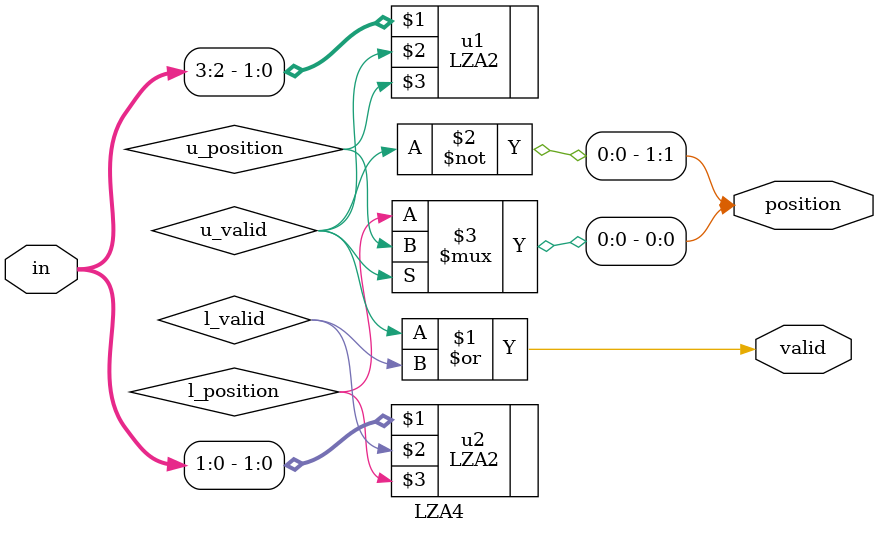
<source format=v>
`timescale 1ns/1ns
module LZA4(
    input [3:0] in,
    output valid,
    output [1:0] position
);
    wire u_valid;
    wire l_valid;
    wire u_position;
    wire l_position;
    
    LZA2 u1(in[3:2], u_valid, u_position);
    LZA2 u2(in[1:0], l_valid, l_position);

    assign valid = u_valid | l_valid;
    assign position[1] = ~u_valid;
    assign position[0] = u_valid ? u_position : l_position;

endmodule
</source>
